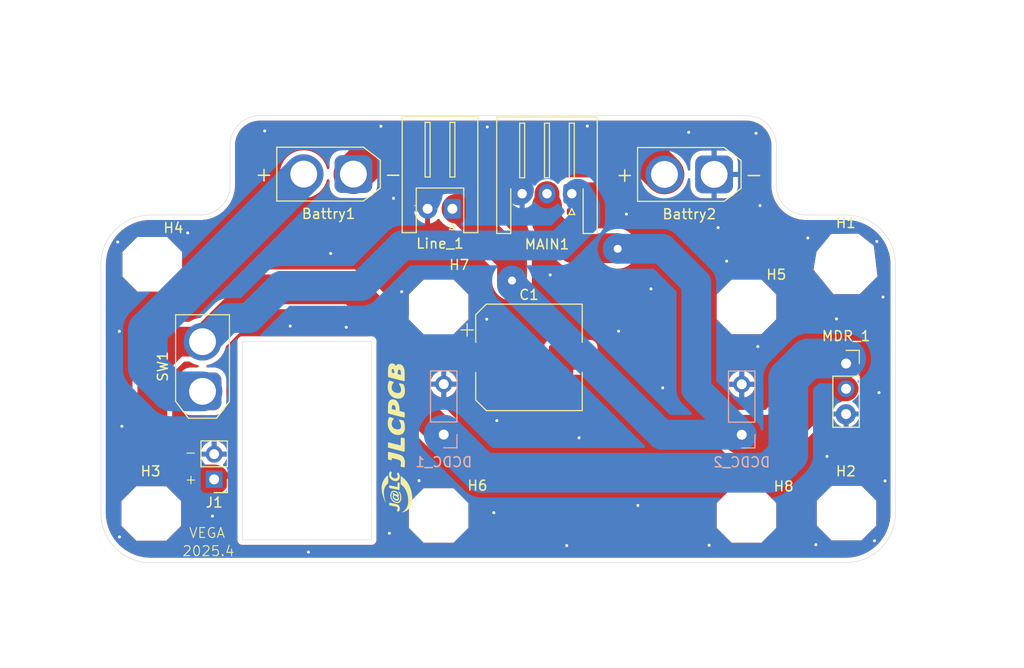
<source format=kicad_pcb>
(kicad_pcb (version 20241229) (generator "pcbnew") (generator_version "9.0")
  (layers (0 "F.Cu" signal) (2 "B.Cu" signal) (13 "F.Paste" user) (15 "B.Paste" user) (5 "F.SilkS" user "F.Silkscreen") (7 "B.SilkS" user "B.Silkscreen") (1 "F.Mask" user) (3 "B.Mask" user) (25 "Edge.Cuts" user))
  (net 0 "")
  (net 1 "Ba→Sw")
  (net 2 "Ba→Ba")
  (net 3 "GND")
  (net 4 "VCC")
  (net 5 "+5V")
  (footprint "Connector_AMASS:AMASS_XT30U-M_1x02_P5.0mm_Vertical" (layer "F.Cu") (at 120.23 127.75 90)
    (property "Reference" "SW1" (at 2.5 -4 90) (layer "F.SilkS"))
    (property "Value" "SW_DPST_x2")
    (pad "1" thru_hole roundrect (at 0 0 90) (size 3.8 3.8) (drill 2.7) (layers "*.Cu" "*.Mask") (roundrect_rratio 0.2) (net 1 "Ba→Sw"))
    (pad "2" thru_hole circle (at 5 0 90) (size 3.8 3.8) (drill 2.7) (layers "*.Cu" "*.Mask") (net 4 "VCC"))
  )
  (footprint "JLCPCBlogo:JLCPCB" (layer "F.Cu") (at 139.8 132.44 90)
    (property "Reference" "G***" (hide yes))
    (property "Value" "LOGO" (hide yes))
  )
  (footprint "Connector_AMASS:AMASS_XT30U-M_1x02_P5.0mm_Vertical" (layer "F.Cu") (at 135.42 105.88 180)
    (property "Reference" "Battry1" (at 2.5 -4 180) (layer "F.SilkS"))
    (property "Value" "Conn_01x02_Pin")
    (fp_text user "+" (at 9 0 180) (layer "F.SilkS") (effects (font (size 1.5 1.5))))
    (fp_text user "-" (at -4 0 180) (layer "F.SilkS") (effects (font (size 1.5 1.5))))
    (pad "1" thru_hole roundrect (at 0 0 180) (size 3.8 3.8) (drill 2.7) (layers "*.Cu" "*.Mask") (roundrect_rratio 0.2) (net 2 "Ba→Ba"))
    (pad "2" thru_hole circle (at 5 0 180) (size 3.8 3.8) (drill 2.7) (layers "*.Cu" "*.Mask") (net 1 "Ba→Sw"))
  )
  (footprint "MountingHole:MountingHole_3.2mm_M3" (layer "F.Cu") (at 185 140)
    (property "Reference" "H2" (at 0 -4.2 0) (layer "F.SilkS"))
    (property "Value" "MountingHole")
    (pad "" np_thru_hole circle (at 0 0) (size 3.2 3.2) (drill 3.2) (layers "*.Cu" "*.Mask"))
  )
  (footprint "Connector_PinSocket_2.54mm:PinSocket_1x03_P2.54mm_Vertical" (layer "F.Cu") (at 185.025 124.955)
    (property "Reference" "MDR_1" (at 0 -2.77 0) (layer "F.SilkS"))
    (property "Value" "Conn_01x03_Pin")
    (pad "1" thru_hole rect (at 0 0) (size 1.7 1.7) (drill 1) (layers "*.Cu" "*.Mask") (net 4 "VCC"))
    (pad "2" thru_hole oval (at 0 2.54) (size 1.7 1.7) (drill 1) (layers "*.Cu" "*.Mask") (net 5 "+5V"))
    (pad "3" thru_hole oval (at 0 5.08) (size 1.7 1.7) (drill 1) (layers "*.Cu" "*.Mask") (net 3 "GND"))
  )
  (footprint "Connector_AMASS:AMASS_XT30U-M_1x02_P5.0mm_Vertical" (layer "F.Cu") (at 171.74 105.91 180)
    (property "Reference" "Battry2" (at 2.5 -4 180) (layer "F.SilkS"))
    (property "Value" "Conn_01x02_Pin")
    (fp_text user "-" (at -4 0 180) (layer "F.SilkS") (effects (font (size 1.5 1.5))))
    (fp_text user "+" (at 9 0 180) (layer "F.SilkS") (effects (font (size 1.5 1.5))))
    (pad "1" thru_hole roundrect (at 0 0 180) (size 3.8 3.8) (drill 2.7) (layers "*.Cu" "*.Mask") (roundrect_rratio 0.2) (net 3 "GND"))
    (pad "2" thru_hole circle (at 5 0 180) (size 3.8 3.8) (drill 2.7) (layers "*.Cu" "*.Mask") (net 2 "Ba→Ba"))
  )
  (footprint "MountingHole:MountingHole_3.2mm_M3" (layer "F.Cu") (at 115 115)
    (property "Reference" "H4" (at 2.3 -3.7 0) (layer "F.SilkS"))
    (property "Value" "MountingHole")
    (pad "" np_thru_hole circle (at 0 0) (size 3.2 3.2) (drill 3.2) (layers "*.Cu" "*.Mask"))
  )
  (footprint "Connector_JST:JST_XH_S3B-XH-A-1_1x03_P2.50mm_Horizontal" (layer "F.Cu") (at 157.41 107.85 180)
    (property "Reference" "MAIN1" (at 2.5 -5.1 0) (layer "F.SilkS"))
    (property "Value" "Conn_01x03_Pin")
    (pad "1" thru_hole roundrect (at 0 0 180) (size 1.7 1.95) (drill 0.95) (layers "*.Cu" "*.Mask") (roundrect_rratio 0.147059) (net 4 "VCC"))
    (pad "2" thru_hole oval (at 2.5 0 180) (size 1.7 1.95) (drill 0.95) (layers "*.Cu" "*.Mask") (net 5 "+5V"))
    (pad "3" thru_hole oval (at 5 0 180) (size 1.7 1.95) (drill 0.95) (layers "*.Cu" "*.Mask") (net 3 "GND"))
  )
  (footprint "Capacitor_SMD:CP_Elec_10x10.5" (layer "F.Cu") (at 153.0975 124.33)
    (property "Reference" "C1" (at 0 -6.3 0) (layer "F.SilkS"))
    (property "Value" "C_Polarized" (hide yes))
    (pad "1" smd roundrect (at -4.2 0) (size 4.4 2.5) (layers "F.Cu" "F.Mask" "F.Paste") (roundrect_rratio 0.1) (net 4 "VCC"))
    (pad "2" smd roundrect (at 4.2 0) (size 4.4 2.5) (layers "F.Cu" "F.Mask" "F.Paste") (roundrect_rratio 0.1) (net 3 "GND"))
  )
  (footprint "MountingHole:MountingHole_3.2mm_M3" (layer "F.Cu") (at 175.04 119.09)
    (property "Reference" "H5" (at 2.96 -3.09 0) (layer "F.SilkS"))
    (property "Value" "MountingHole")
    (pad "" np_thru_hole circle (at 0 0) (size 3.2 3.2) (drill 3.2) (layers "*.Cu" "*.Mask"))
  )
  (footprint "MountingHole:MountingHole_3.2mm_M3" (layer "F.Cu") (at 144.045534 140.085534)
    (property "Reference" "H6" (at 3.864466 -2.845534 0) (layer "F.SilkS"))
    (property "Value" "MountingHole")
    (pad "" np_thru_hole circle (at 0 0) (size 3.2 3.2) (drill 3.2) (layers "*.Cu" "*.Mask"))
  )
  (footprint "MountingHole:MountingHole_3.2mm_M3" (layer "F.Cu") (at 175.05 140.09)
    (property "Reference" "H8" (at 3.69 -2.77 0) (layer "F.SilkS"))
    (property "Value" "MountingHole")
    (pad "" np_thru_hole circle (at 0 0) (size 3.2 3.2) (drill 3.2) (layers "*.Cu" "*.Mask"))
  )
  (footprint "Connector_PinHeader_2.54mm:PinHeader_1x02_P2.54mm_Vertical" (layer "F.Cu") (at 121.4 136.615 180)
    (property "Reference" "J1" (at 0 -2.33 0) (layer "F.SilkS"))
    (property "Value" "Conn_01x02_Pin")
    (pad "1" thru_hole rect (at 0 0 180) (size 1.7 1.7) (drill 1) (layers "*.Cu" "*.Mask") (net 4 "VCC"))
    (pad "2" thru_hole oval (at 0 2.54 180) (size 1.7 1.7) (drill 1) (layers "*.Cu" "*.Mask") (net 3 "GND"))
  )
  (footprint "MountingHole:MountingHole_3.2mm_M3" (layer "F.Cu") (at 144.05 119.09)
    (property "Reference" "H7" (at 2.02 -4.07 0) (layer "F.SilkS"))
    (property "Value" "MountingHole")
    (pad "" np_thru_hole circle (at 0 0) (size 3.2 3.2) (drill 3.2) (layers "*.Cu" "*.Mask"))
  )
  (footprint "MountingHole:MountingHole_3.2mm_M3" (layer "F.Cu") (at 115 140)
    (property "Reference" "H3" (at 0 -4.2 0) (layer "F.SilkS"))
    (property "Value" "MountingHole")
    (pad "" np_thru_hole circle (at 0 0) (size 3.2 3.2) (drill 3.2) (layers "*.Cu" "*.Mask"))
  )
  (footprint "Connector_JST:JST_XH_S2B-XH-A_1x02_P2.50mm_Horizontal" (layer "F.Cu") (at 145.39 109.37 180)
    (property "Reference" "Line_1" (at 1.25 -3.5 0) (layer "F.SilkS"))
    (property "Value" "Conn_01x02_Pin")
    (pad "1" thru_hole roundrect (at 0 0 180) (size 1.7 2) (drill 1) (layers "*.Cu" "*.Mask") (roundrect_rratio 0.147059) (net 5 "+5V"))
    (pad "2" thru_hole oval (at 2.5 0 180) (size 1.7 2) (drill 1) (layers "*.Cu" "*.Mask") (net 3 "GND"))
  )
  (footprint "MountingHole:MountingHole_3.2mm_M3" (layer "F.Cu") (at 185 115)
    (property "Reference" "H1" (at 0 -4.2 0) (layer "F.SilkS"))
    (property "Value" "MountingHole")
    (pad "" np_thru_hole circle (at 0 0) (size 3.2 3.2) (drill 3.2) (layers "*.Cu" "*.Mask"))
  )
  (footprint "Connector_PinSocket_2.54mm:PinSocket_1x03_P2.54mm_Vertical" (layer "B.Cu") (at 174.52 132.12)
    (property "Reference" "DCDC_2" (at 0 2.77 180) (layer "B.SilkS") (effects (justify mirror)))
    (property "Value" "Conn_01x03_Pin")
    (pad "1" thru_hole rect (at 0 0) (size 1.7 1.7) (drill 1) (layers "*.Cu" "*.Mask") (net 5 "+5V"))
    (pad "3" thru_hole oval (at 0 -5.08) (size 1.7 1.7) (drill 1) (layers "*.Cu" "*.Mask") (net 3 "GND"))
  )
  (footprint "Connector_PinSocket_2.54mm:PinSocket_1x03_P2.54mm_Vertical" (layer "B.Cu") (at 144.515 132.105)
    (property "Reference" "DCDC_1" (at 0 2.77 180) (layer "B.SilkS") (effects (justify mirror)))
    (property "Value" "Conn_01x03_Pin")
    (pad "1" thru_hole rect (at 0 0) (size 1.7 1.7) (drill 1) (layers "*.Cu" "*.Mask") (net 4 "VCC"))
    (pad "3" thru_hole oval (at 0 -5.08) (size 1.7 1.7) (drill 1) (layers "*.Cu" "*.Mask") (net 3 "GND"))
  )
  (gr_line (start 137.24 122.71) (end 137.24 142.71) (stroke (width 0.05)) (layer "Edge.Cuts"))
  (gr_line (start 130.74 122.71) (end 137.24 122.71) (stroke (width 0.05)) (layer "Edge.Cuts"))
  (gr_line (start 185 145) (end 115 145) (stroke (width 0.05)) (layer "Edge.Cuts"))
  (gr_line (start 115 110) (end 116 110) (stroke (width 0.05)) (layer "Edge.Cuts"))
  (gr_line (start 137.24 142.71) (end 124.24 142.71) (stroke (width 0.05)) (layer "Edge.Cuts"))
  (gr_line (start 123.000016 106.999984) (end 123.000016 103) (stroke (width 0.05)) (layer "Edge.Cuts"))
  (gr_line (start 116 110) (end 120 110) (stroke (width 0.05)) (layer "Edge.Cuts"))
  (gr_line (start 175 100) (end 126 100) (stroke (width 0.05)) (layer "Edge.Cuts"))
  (gr_line (start 177.999984 106.999984) (end 177.999984 103) (stroke (width 0.05)) (layer "Edge.Cuts"))
  (gr_line (start 190 140) (end 190 115) (stroke (width 0.05)) (layer "Edge.Cuts"))
  (gr_arc (start 110 115) (mid 111.464466 111.464466) (end 115 110) (stroke (width 0.05)) (layer "Edge.Cuts"))
  (gr_arc (start 123.000016 106.999984) (mid 122.121332 109.121316) (end 120 110) (stroke (width 0.05)) (layer "Edge.Cuts"))
  (gr_line (start 130.74 122.71) (end 124.24 122.71) (stroke (width 0.05)) (layer "Edge.Cuts"))
  (gr_arc (start 190 140) (mid 188.535534 143.535534) (end 185 145) (stroke (width 0.05)) (layer "Edge.Cuts"))
  (gr_arc (start 185 110) (mid 188.535534 111.464466) (end 190 115) (stroke (width 0.05)) (layer "Edge.Cuts"))
  (gr_line (start 110 140) (end 110 115) (stroke (width 0.05)) (layer "Edge.Cuts"))
  (gr_arc (start 123.000016 103) (mid 123.8787 100.878668) (end 126.000032 99.999984) (stroke (width 0.05)) (layer "Edge.Cuts"))
  (gr_arc (start 115 145) (mid 111.464466 143.535534) (end 110 140) (stroke (width 0.05)) (layer "Edge.Cuts"))
  (gr_arc (start 181 110) (mid 178.878668 109.121316) (end 177.999984 106.999984) (stroke (width 0.05)) (layer "Edge.Cuts"))
  (gr_line (start 124.24 122.71) (end 124.24 142.71) (stroke (width 0.05)) (layer "Edge.Cuts"))
  (gr_line (start 185 110) (end 181 110) (stroke (width 0.05)) (layer "Edge.Cuts"))
  (gr_arc (start 174.999968 99.999984) (mid 177.1213 100.878668) (end 177.999984 103) (stroke (width 0.05)) (layer "Edge.Cuts"))
  (gr_text "-" (at 118.35 134.48 0) (layer "F.SilkS") (effects (font (size 1 1) (thickness 0.1)) (justify left bottom)))
  (gr_text "VEGA" (at 118.81 142.59 0) (layer "F.SilkS") (effects (font (size 1 1) (thickness 0.1)) (justify left bottom)))
  (gr_text "2025.4" (at 118.14 144.42 0) (layer "F.SilkS") (effects (font (size 1 1) (thickness 0.1)) (justify left bottom)))
  (gr_text "+" (at 118.38 137.19 0) (layer "F.SilkS") (effects (font (size 1 1) (thickness 0.1)) (justify left bottom)))
  (segment (start 130.42 105.88) (end 114.72 121.58) (width 4) (layer "B.Cu") (net 1))
  (segment (start 114.72 121.58) (end 114.72 125.41) (width 4) (layer "B.Cu") (net 1))
  (segment (start 114.72 125.41) (end 117.06 127.75) (width 4) (layer "B.Cu") (net 1))
  (segment (start 117.06 127.75) (end 120.23 127.75) (width 4) (layer "B.Cu") (net 1))
  (segment (start 137.09 104.21) (end 165.04 104.21) (width 4) (layer "F.Cu") (net 2))
  (segment (start 135.42 105.88) (end 137.09 104.21) (width 4) (layer "F.Cu") (net 2))
  (segment (start 165.04 104.21) (end 166.74 105.91) (width 4) (layer "F.Cu") (net 2))
  (via (at 158.14 132.43) (size 0.6) (drill 0.3) (layers "F.Cu" "B.Cu") (net 3))
  (via (at 156.9 143.28) (size 0.6) (drill 0.3) (layers "F.Cu" "B.Cu") (net 3))
  (via (at 181.17 112.31) (size 0.6) (drill 0.3) (layers "F.Cu" "B.Cu") (net 3))
  (via (at 134.7 121.3) (size 0.6) (drill 0.3) (layers "F.Cu" "B.Cu") (net 3))
  (via (at 139.05 142.04) (size 0.6) (drill 0.3) (layers "F.Cu" "B.Cu") (net 3))
  (via (at 173 114.64) (size 0.6) (drill 0.3) (layers "F.Cu" "B.Cu") (net 3))
  (via (at 188.74 118.26) (size 0.6) (drill 0.3) (layers "F.Cu" "B.Cu") (net 3))
  (via (at 162.12 121.7) (size 0.6) (drill 0.3) (layers "F.Cu" "B.Cu") (net 3))
  (via (at 111.85 121.71) (size 0.6) (drill 0.3) (layers "F.Cu" "B.Cu") (net 3))
  (via (at 187.89 142.79) (size 0.6) (drill 0.3) (layers "F.Cu" "B.Cu") (net 3))
  (via (at 181.98 143.19) (size 0.6) (drill 0.3) (layers "F.Cu" "B.Cu") (net 3))
  (via (at 149.86 130.7) (size 0.6) (drill 0.3) (layers "F.Cu" "B.Cu") (net 3))
  (via (at 188.95 136.77) (size 0.6) (drill 0.3) (layers "F.Cu" "B.Cu") (net 3))
  (via (at 148.84 120.49) (size 0.6) (drill 0.3) (layers "F.Cu" "B.Cu") (net 3))
  (via (at 169.18 101.67) (size 0.6) (drill 0.3) (layers "F.Cu" "B.Cu") (net 3))
  (via (at 130.89 143.94) (size 0.6) (drill 0.3) (layers "F.Cu" "B.Cu") (net 3))
  (via (at 188.12 112.66) (size 0.6) (drill 0.3) (layers "F.Cu" "B.Cu") (net 3))
  (via (at 149.56 139.97) (size 0.6) (drill 0.3) (layers "F.Cu" "B.Cu") (net 3))
  (via (at 158.97 101.04) (size 0.6) (drill 0.3) (layers "F.Cu" "B.Cu") (net 3))
  (via (at 172.14 111.27) (size 0.6) (drill 0.3) (layers "F.Cu" "B.Cu") (net 3))
  (via (at 111.87 142.41) (size 0.6) (drill 0.3) (layers "F.Cu" "B.Cu") (net 3))
  (via (at 126.49 101.53) (size 0.6) (drill 0.3) (layers "F.Cu" "B.Cu") (net 3))
  (via (at 155.23 116.03) (size 0.6) (drill 0.3) (layers "F.Cu" "B.Cu") (net 3))
  (via (at 164.06 139.24) (size 0.6) (drill 0.3) (layers "F.Cu" "B.Cu") (net 3))
  (via (at 133.13 113.87) (size 0.6) (drill 0.3) (layers "F.Cu" "B.Cu") (net 3))
  (via (at 171.24 143.25) (size 0.6) (drill 0.3) (layers "F.Cu" "B.Cu") (net 3))
  (via (at 188.34 127.88) (size 0.6) (drill 0.3) (layers "F.Cu" "B.Cu") (net 3))
  (via (at 176.36 109.05) (size 0.6) (drill 0.3) (layers "F.Cu" "B.Cu") (net 3))
  (via (at 118.74 111.8) (size 0.6) (drill 0.3) (layers "F.Cu" "B.Cu") (net 3))
  (via (at 142.03 136.74) (size 0.6) (drill 0.3) (layers "F.Cu" "B.Cu") (net 3))
  (via (at 176.14 123.24) (size 0.6) (drill 0.3) (layers "F.Cu" "B.Cu") (net 3))
  (via (at 183.1 134.3) (size 0.6) (drill 0.3) (layers "F.Cu" "B.Cu") (net 3))
  (via (at 138.19 101.06) (size 0.6) (drill 0.3) (layers "F.Cu" "B.Cu") (net 3))
  (via (at 166.56 127.4) (size 0.6) (drill 0.3) (layers "F.Cu" "B.Cu") (net 3))
  (via (at 140.28 117.72) (size 0.6) (drill 0.3) (layers "F.Cu" "B.Cu") (net 3))
  (via (at 175.96 101.77) (size 0.6) (drill 0.3) (layers "F.Cu" "B.Cu") (net 3))
  (via (at 112.11 131.27) (size 0.6) (drill 0.3) (layers "F.Cu" "B.Cu") (net 3))
  (via (at 184.06 120.46) (size 0.6) (drill 0.3) (layers "F.Cu" "B.Cu") (net 3))
  (via (at 148.9 101.13) (size 0.6) (drill 0.3) (layers "F.Cu" "B.Cu") (net 3))
  (via (at 162.91 109.91) (size 0.6) (drill 0.3) (layers "F.Cu" "B.Cu") (net 3))
  (via (at 165.38 117.44) (size 0.6) (drill 0.3) (layers "F.Cu" "B.Cu") (net 3))
  (via (at 121.23 140.31) (size 0.6) (drill 0.3) (layers "F.Cu" "B.Cu") (net 3))
  (via (at 111.69 112.72) (size 0.6) (drill 0.3) (layers "F.Cu" "B.Cu") (net 3))
  (via (at 129.06 121.18) (size 0.6) (drill 0.3) (layers "F.Cu" "B.Cu") (net 3))
  (via (at 139.46 108.32) (size 0.6) (drill 0.3) (layers "F.Cu" "B.Cu") (net 3))
  (segment (start 142.89 109.37) (end 142.89 108.5) (width 2) (layer "B.Cu") (net 3))
  (segment (start 152.09 107.52) (end 152.09 107.53) (width 1.8) (layer "B.Cu") (net 3))
  (segment (start 152.09 107.52) (end 149.56 104.99) (width 3) (layer "B.Cu") (net 3))
  (segment (start 142.86 108.47) (end 142.89 108) (width 2.7) (layer "B.Cu") (net 3))
  (segment (start 152.09 107.53) (end 152.41 107.85) (width 1.8) (layer "B.Cu") (net 3))
  (segment (start 142.89 106.72) (end 142.89 108) (width 3) (layer "B.Cu") (net 3))
  (segment (start 184.97 130.09) (end 185.025 130.035) (width 2) (layer "B.Cu") (net 3))
  (segment (start 149.56 104.99) (end 144.62 104.99) (width 3) (layer "B.Cu") (net 3))
  (segment (start 144.62 104.99) (end 142.89 106.72) (width 3) (layer "B.Cu") (net 3))
  (segment (start 115.18 132.14) (end 119.665 136.625) (width 3) (layer "F.Cu") (net 4))
  (segment (start 120.23 122.75) (end 117.542995 122.75) (width 3) (layer "F.Cu") (net 4))
  (segment (start 148.8975 124.33) (end 148.6075 124.04) (width 3) (layer "F.Cu") (net 4))
  (segment (start 115.18 125.112995) (end 115.18 132.14) (width 3) (layer "F.Cu") (net 4))
  (segment (start 120.23 122.75) (end 125.5 117.48) (width 3) (layer "F.Cu") (net 4))
  (segment (start 140.89 123.08) (end 140.89 124.33) (width 3) (layer "F.Cu") (net 4))
  (segment (start 125.5 117.48) (end 135.29 117.48) (width 3) (layer "F.Cu") (net 4))
  (segment (start 148.6075 124.04) (end 141.18 124.04) (width 3) (layer "F.Cu") (net 4))
  (segment (start 140.89 124.33) (end 140.89 128.48) (width 3) (layer "F.Cu") (net 4))
  (segment (start 135.29 117.48) (end 140.89 123.08) (width 3) (layer "F.Cu") (net 4))
  (segment (start 141.18 124.04) (end 140.89 124.33) (width 3) (layer "F.Cu") (net 4))
  (segment (start 117.542995 122.75) (end 115.18 125.112995) (width 3) (layer "F.Cu") (net 4))
  (segment (start 140.89 128.48) (end 144.515 132.105) (width 3) (layer "F.Cu") (net 4))
  (segment (start 119.665 136.625) (end 121.4 136.625) (width 3) (layer "F.Cu") (net 4))
  (segment (start 122.84 120.37) (end 120.46 122.75) (width 3) (layer "B.Cu") (net 4))
  (segment (start 128.16 117.13) (end 124.92 120.37) (width 3) (layer "B.Cu") (net 4))
  (segment (start 181.210534 124.445) (end 185.025 124.445) (width 4) (layer "B.Cu") (net 4))
  (segment (start 179.2 134.08) (end 179.2 126.455534) (width 4) (layer "B.Cu") (net 4))
  (segment (start 156.175 113.06) (end 140.305 113.06) (width 3) (layer "B.Cu") (net 4))
  (segment (start 144.515 132.105) (end 148.36 135.95) (width 4) (layer "B.Cu") (net 4))
  (segment (start 158.76 109.2) (end 158.76 110.475) (width 3) (layer "B.Cu") (net 4))
  (segment (start 177.33 135.95) (end 179.2 134.08) (width 4) (layer "B.Cu") (net 4))
  (segment (start 158 107.85) (end 158.76 109.2) (width 3) (layer "B.Cu") (net 4))
  (segment (start 148.36 135.95) (end 177.33 135.95) (width 4) (layer "B.Cu") (net 4))
  (segment (start 179.2 126.455534) (end 181.210534 124.445) (width 4) (layer "B.Cu") (net 4))
  (segment (start 140.305 113.06) (end 136.235 117.13) (width 3) (layer "B.Cu") (net 4))
  (segment (start 120.46 122.75) (end 120.23 122.75) (width 3) (layer "B.Cu") (net 4))
  (segment (start 136.235 117.13) (end 128.16 117.13) (width 3) (layer "B.Cu") (net 4))
  (segment (start 124.92 120.37) (end 122.84 120.37) (width 3) (layer "B.Cu") (net 4))
  (segment (start 158.76 110.475) (end 156.175 113.06) (width 3) (layer "B.Cu") (net 4))
  (segment (start 151.39 116.6) (end 151.38 116.61) (width 3) (layer "F.Cu") (net 5))
  (segment (start 161.97 113.34) (end 157.51 113.34) (width 3) (layer "F.Cu") (net 5))
  (segment (start 146.28 109.37) (end 145.8 109.37) (width 3) (layer "F.Cu") (net 5))
  (segment (start 151.39 116.6) (end 151.39 114.48) (width 3) (layer "F.Cu") (net 5))
  (segment (start 157.51 113.34) (end 154.91 110.74) (width 3) (layer "F.Cu") (net 5))
  (segment (start 177.95 132.12) (end 174.52 132.12) (width 4) (layer "F.Cu") (net 5))
  (segment (start 154.91 110.74) (end 154.91 109.05) (width 3) (layer "F.Cu") (net 5))
  (segment (start 151.39 114.48) (end 146.28 109.37) (width 3) (layer "F.Cu") (net 5))
  (segment (start 182.575 127.495) (end 177.95 132.12) (width 4) (layer "F.Cu") (net 5))
  (segment (start 185.025 127.495) (end 183.81 127.495) (width 2.5) (layer "F.Cu") (net 5))
  (segment (start 154.91 107.85) (end 154.91 109.05) (width 2.5) (layer "F.Cu") (net 5))
  (segment (start 182.575 127.495) (end 183.81 127.495) (width 3) (layer "F.Cu") (net 5))
  (segment (start 162.03 113.4) (end 161.97 113.34) (width 3) (layer "F.Cu") (net 5))
  (segment (start 154.91 109.05) (end 154.92 109.06) (width 1.8) (layer "F.Cu") (net 5))
  (segment (start 174.45 132.19) (end 174.52 132.12) (width 3) (layer "F.Cu") (net 5))
  (via (at 162.03 113.4) (size 1.5) (drill 0.8) (layers "F.Cu" "B.Cu") (net 5))
  (via (at 151.39 116.6) (size 1.5) (drill 0.8) (layers "F.Cu" "B.Cu") (net 5))
  (segment (start 151.39 117.038428) (end 166.471572 132.12) (width 3) (layer "B.Cu") (net 5))
  (segment (start 151.39 116.6) (end 151.39 117.038428) (width 3) (layer "B.Cu") (net 5))
  (segment (start 169.95 116.85) (end 169.95 127.55) (width 3) (layer "B.Cu") (net 5))
  (segment (start 169.95 127.55) (end 174.52 132.12) (width 3) (layer "B.Cu") (net 5))
  (segment (start 162.03 113.4) (end 166.5 113.4) (width 3) (layer "B.Cu") (net 5))
  (segment (start 166.471572 132.12) (end 174.52 132.12) (width 3) (layer "B.Cu") (net 5))
  (segment (start 166.5 113.4) (end 169.95 116.85) (width 3) (layer "B.Cu") (net 5))
  (zone (net 3) (net_name "GND") (layers "F.Cu" "B.Cu") (connect_pads (clearance 0.5)) (min_thickness 0.25) (fill yes (thermal_gap 0.5) (thermal_bridge_width 0.5))
    (polygon (pts (xy 202.94 88.35) (xy 202.94 155.63) (xy 100.4 155.63) (xy 99.84 155.07) (xy 99.84 88.35)))
  )
  (zone (net 0) (net_name "") (layers "F.Cu" "B.Cu" "Edge.Cuts") (connect_pads (clearance 0)) (min_thickness 0.25)
    (keepout (tracks allowed) (vias allowed) (pads allowed) (copperpour not_allowed) (footprints allowed))
    (fill (thermal_gap 0.5) (thermal_bridge_width 0.5))
    (polygon (pts (xy 142.5 137.5) (xy 145.5 137.5) (xy 147 139) (xy 147 141.5) (xy 145.5 143) (xy 142.5 143) (xy 141 141.5) (xy 141 139)))
  )
  (zone (net 0) (net_name "") (layers "F.Cu" "B.Cu" "Edge.Cuts") (connect_pads (clearance 0)) (min_thickness 0.25)
    (keepout (tracks allowed) (vias allowed) (pads allowed) (copperpour not_allowed) (footprints allowed))
    (fill (thermal_gap 0.5) (thermal_bridge_width 0.5))
    (polygon (pts (xy 173.5 137.5) (xy 176.5 137.5) (xy 178 139) (xy 178 141.5) (xy 176.5 143) (xy 173.5 143) (xy 172 141.5) (xy 172 139)))
  )
  (zone (net 0) (net_name "") (layers "F.Cu" "B.Cu" "Edge.Cuts") (connect_pads (clearance 0)) (min_thickness 0.25)
    (keepout (tracks allowed) (vias allowed) (pads allowed) (copperpour not_allowed) (footprints allowed))
    (fill (thermal_gap 0.5) (thermal_bridge_width 0.5))
    (polygon (pts (xy 183.525417 111.898171) (xy 186.271095 111.871988) (xy 187.816389 113.083692) (xy 188.190041 116.169959) (xy 186.39 117.97) (xy 183.753614 117.97) (xy 181.738866 115.507193) (xy 182.043836 113.703268)))
  )
  (zone (net 0) (net_name "") (layers "F.Cu" "B.Cu" "Edge.Cuts") (connect_pads (clearance 0)) (min_thickness 0.25)
    (keepout (tracks allowed) (vias allowed) (pads allowed) (copperpour not_allowed) (footprints allowed))
    (fill (thermal_gap 0.5) (thermal_bridge_width 0.5))
    (polygon (pts (xy 113.57 137.3) (xy 116.57 137.3) (xy 118.07 138.8) (xy 118.07 141.3) (xy 116.57 142.8) (xy 113.57 142.8) (xy 112.07 141.3) (xy 112.07 138.8)))
  )
  (zone (net 0) (net_name "") (layers "F.Cu" "B.Cu" "Edge.Cuts") (connect_pads (clearance 0)) (min_thickness 0.25)
    (keepout (tracks allowed) (vias allowed) (pads allowed) (copperpour not_allowed) (footprints allowed))
    (fill (thermal_gap 0.5) (thermal_bridge_width 0.5))
    (polygon (pts (xy 142.5 116.5) (xy 145.5 116.5) (xy 147 118) (xy 147 120.5) (xy 145.5 122) (xy 142.5 122) (xy 141 120.5) (xy 141 118)))
  )
  (zone (net 0) (net_name "") (layers "F.Cu" "B.Cu" "Edge.Cuts") (connect_pads (clearance 0)) (min_thickness 0.25)
    (keepout (tracks allowed) (vias allowed) (pads allowed) (copperpour not_allowed) (footprints allowed))
    (fill (thermal_gap 0.5) (thermal_bridge_width 0.5))
    (polygon (pts (xy 183.57 137.26) (xy 186.57 137.26) (xy 188.07 138.76) (xy 188.07 141.26) (xy 186.57 142.76) (xy 183.57 142.76) (xy 182.07 141.26) (xy 182.07 138.76)))
  )
  (zone (net 0) (net_name "") (layers "F.Cu" "B.Cu" "Edge.Cuts") (connect_pads (clearance 0)) (min_thickness 0.25)
    (keepout (tracks allowed) (vias allowed) (pads allowed) (copperpour not_allowed) (footprints allowed))
    (fill (thermal_gap 0.5) (thermal_bridge_width 0.5))
    (polygon (pts (xy 113.67 112.21) (xy 116.67 112.21) (xy 118.17 113.71) (xy 118.17 116.21) (xy 116.67 117.71) (xy 113.67 117.71) (xy 112.17 116.21) (xy 112.17 113.71)))
  )
  (zone (net 0) (net_name "") (layers "F.Cu" "B.Cu" "Edge.Cuts") (connect_pads (clearance 0)) (min_thickness 0.25)
    (keepout (tracks allowed) (vias allowed) (pads allowed) (copperpour not_allowed) (footprints allowed))
    (fill (thermal_gap 0.5) (thermal_bridge_width 0.5))
    (polygon (pts (xy 173.5 116.5) (xy 176.5 116.5) (xy 178 118) (xy 178 120.5) (xy 176.5 122) (xy 173.5 122) (xy 172 120.5) (xy 172 118)))
  )
)
</source>
